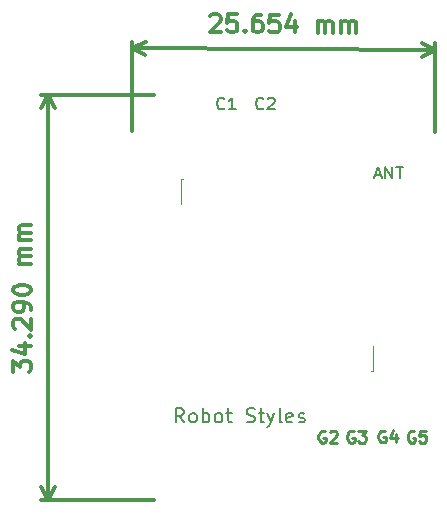
<source format=gto>
G04 #@! TF.GenerationSoftware,KiCad,Pcbnew,5.0.0-rc2-unknown-6090f90~65~ubuntu18.04.1*
G04 #@! TF.CreationDate,2018-05-28T20:14:59-06:00*
G04 #@! TF.ProjectId,wemos-01,77656D6F732D30312E6B696361645F70,rev?*
G04 #@! TF.SameCoordinates,Original*
G04 #@! TF.FileFunction,Legend,Top*
G04 #@! TF.FilePolarity,Positive*
%FSLAX46Y46*%
G04 Gerber Fmt 4.6, Leading zero omitted, Abs format (unit mm)*
G04 Created by KiCad (PCBNEW 5.0.0-rc2-unknown-6090f90~65~ubuntu18.04.1) date Mon May 28 20:14:59 2018*
%MOMM*%
%LPD*%
G01*
G04 APERTURE LIST*
%ADD10C,0.200000*%
%ADD11C,0.300000*%
%ADD12C,0.250000*%
%ADD13C,0.100000*%
%ADD14C,0.150000*%
G04 APERTURE END LIST*
D10*
X131401142Y-107857857D02*
X131001142Y-107286428D01*
X130715428Y-107857857D02*
X130715428Y-106657857D01*
X131172571Y-106657857D01*
X131286857Y-106715000D01*
X131344000Y-106772142D01*
X131401142Y-106886428D01*
X131401142Y-107057857D01*
X131344000Y-107172142D01*
X131286857Y-107229285D01*
X131172571Y-107286428D01*
X130715428Y-107286428D01*
X132086857Y-107857857D02*
X131972571Y-107800714D01*
X131915428Y-107743571D01*
X131858285Y-107629285D01*
X131858285Y-107286428D01*
X131915428Y-107172142D01*
X131972571Y-107115000D01*
X132086857Y-107057857D01*
X132258285Y-107057857D01*
X132372571Y-107115000D01*
X132429714Y-107172142D01*
X132486857Y-107286428D01*
X132486857Y-107629285D01*
X132429714Y-107743571D01*
X132372571Y-107800714D01*
X132258285Y-107857857D01*
X132086857Y-107857857D01*
X133001142Y-107857857D02*
X133001142Y-106657857D01*
X133001142Y-107115000D02*
X133115428Y-107057857D01*
X133344000Y-107057857D01*
X133458285Y-107115000D01*
X133515428Y-107172142D01*
X133572571Y-107286428D01*
X133572571Y-107629285D01*
X133515428Y-107743571D01*
X133458285Y-107800714D01*
X133344000Y-107857857D01*
X133115428Y-107857857D01*
X133001142Y-107800714D01*
X134258285Y-107857857D02*
X134144000Y-107800714D01*
X134086857Y-107743571D01*
X134029714Y-107629285D01*
X134029714Y-107286428D01*
X134086857Y-107172142D01*
X134144000Y-107115000D01*
X134258285Y-107057857D01*
X134429714Y-107057857D01*
X134544000Y-107115000D01*
X134601142Y-107172142D01*
X134658285Y-107286428D01*
X134658285Y-107629285D01*
X134601142Y-107743571D01*
X134544000Y-107800714D01*
X134429714Y-107857857D01*
X134258285Y-107857857D01*
X135001142Y-107057857D02*
X135458285Y-107057857D01*
X135172571Y-106657857D02*
X135172571Y-107686428D01*
X135229714Y-107800714D01*
X135344000Y-107857857D01*
X135458285Y-107857857D01*
X136715428Y-107800714D02*
X136886857Y-107857857D01*
X137172571Y-107857857D01*
X137286857Y-107800714D01*
X137344000Y-107743571D01*
X137401142Y-107629285D01*
X137401142Y-107515000D01*
X137344000Y-107400714D01*
X137286857Y-107343571D01*
X137172571Y-107286428D01*
X136944000Y-107229285D01*
X136829714Y-107172142D01*
X136772571Y-107115000D01*
X136715428Y-107000714D01*
X136715428Y-106886428D01*
X136772571Y-106772142D01*
X136829714Y-106715000D01*
X136944000Y-106657857D01*
X137229714Y-106657857D01*
X137401142Y-106715000D01*
X137744000Y-107057857D02*
X138201142Y-107057857D01*
X137915428Y-106657857D02*
X137915428Y-107686428D01*
X137972571Y-107800714D01*
X138086857Y-107857857D01*
X138201142Y-107857857D01*
X138486857Y-107057857D02*
X138772571Y-107857857D01*
X139058285Y-107057857D02*
X138772571Y-107857857D01*
X138658285Y-108143571D01*
X138601142Y-108200714D01*
X138486857Y-108257857D01*
X139686857Y-107857857D02*
X139572571Y-107800714D01*
X139515428Y-107686428D01*
X139515428Y-106657857D01*
X140601142Y-107800714D02*
X140486857Y-107857857D01*
X140258285Y-107857857D01*
X140144000Y-107800714D01*
X140086857Y-107686428D01*
X140086857Y-107229285D01*
X140144000Y-107115000D01*
X140258285Y-107057857D01*
X140486857Y-107057857D01*
X140601142Y-107115000D01*
X140658285Y-107229285D01*
X140658285Y-107343571D01*
X140086857Y-107457857D01*
X141115428Y-107800714D02*
X141229714Y-107857857D01*
X141458285Y-107857857D01*
X141572571Y-107800714D01*
X141629714Y-107686428D01*
X141629714Y-107629285D01*
X141572571Y-107515000D01*
X141458285Y-107457857D01*
X141286857Y-107457857D01*
X141172571Y-107400714D01*
X141115428Y-107286428D01*
X141115428Y-107229285D01*
X141172571Y-107115000D01*
X141286857Y-107057857D01*
X141458285Y-107057857D01*
X141572571Y-107115000D01*
D11*
X133661123Y-73454371D02*
X133732904Y-73383297D01*
X133876113Y-73312576D01*
X134233252Y-73314344D01*
X134375754Y-73386479D01*
X134446828Y-73458261D01*
X134517548Y-73601470D01*
X134516841Y-73744325D01*
X134444353Y-73958254D01*
X133582977Y-74811144D01*
X134511537Y-74815740D01*
X135876089Y-73322477D02*
X135161812Y-73318941D01*
X135086848Y-74032865D01*
X135158630Y-73961790D01*
X135301839Y-73891070D01*
X135658977Y-73892838D01*
X135801479Y-73964973D01*
X135872553Y-74036754D01*
X135943273Y-74179963D01*
X135941505Y-74537102D01*
X135869370Y-74679603D01*
X135797589Y-74750678D01*
X135654380Y-74821398D01*
X135297242Y-74819630D01*
X135154740Y-74747495D01*
X135083666Y-74675714D01*
X136583647Y-74683140D02*
X136654722Y-74754921D01*
X136582940Y-74825995D01*
X136511866Y-74754214D01*
X136583647Y-74683140D01*
X136582940Y-74825995D01*
X137947492Y-73332732D02*
X137661781Y-73331317D01*
X137518572Y-73402038D01*
X137446791Y-73473112D01*
X137302875Y-73686688D01*
X137230033Y-73972045D01*
X137227204Y-74543467D01*
X137297924Y-74686676D01*
X137368999Y-74758457D01*
X137511500Y-74830592D01*
X137797211Y-74832006D01*
X137940420Y-74761286D01*
X138012201Y-74690212D01*
X138084336Y-74547710D01*
X138086104Y-74190571D01*
X138015384Y-74047362D01*
X137944310Y-73975581D01*
X137801808Y-73903446D01*
X137516097Y-73902032D01*
X137372888Y-73972752D01*
X137301107Y-74043826D01*
X137228972Y-74186328D01*
X139447474Y-73340157D02*
X138733197Y-73336621D01*
X138658233Y-74050545D01*
X138730014Y-73979471D01*
X138873223Y-73908750D01*
X139230362Y-73910518D01*
X139372864Y-73982653D01*
X139443938Y-74054434D01*
X139514658Y-74197643D01*
X139512890Y-74554782D01*
X139440755Y-74697284D01*
X139368974Y-74768358D01*
X139225765Y-74839078D01*
X138868627Y-74837310D01*
X138726125Y-74765175D01*
X138655051Y-74693394D01*
X140802125Y-73846870D02*
X140797174Y-74846857D01*
X140447815Y-73273680D02*
X140085373Y-74343328D01*
X141013933Y-74347924D01*
X142725722Y-74856405D02*
X142730673Y-73856417D01*
X142729965Y-73999272D02*
X142801747Y-73928198D01*
X142944956Y-73857478D01*
X143159239Y-73858539D01*
X143301741Y-73930673D01*
X143372461Y-74073882D01*
X143368571Y-74859587D01*
X143372461Y-74073882D02*
X143444596Y-73931381D01*
X143587805Y-73860660D01*
X143802088Y-73861721D01*
X143944590Y-73933856D01*
X144015310Y-74077065D01*
X144011421Y-74862770D01*
X144725698Y-74866306D02*
X144730648Y-73866318D01*
X144729941Y-74009173D02*
X144801722Y-73938099D01*
X144944931Y-73867379D01*
X145159214Y-73868439D01*
X145301716Y-73940574D01*
X145372437Y-74083783D01*
X145368547Y-74869488D01*
X145372437Y-74083783D02*
X145444571Y-73941282D01*
X145587780Y-73870561D01*
X145802063Y-73871622D01*
X145944565Y-73943757D01*
X146015286Y-74086966D01*
X146011396Y-74872670D01*
X152688578Y-76327172D02*
X127034578Y-76200172D01*
X152654000Y-83312000D02*
X152691481Y-75740758D01*
X127000000Y-83185000D02*
X127037481Y-75613758D01*
X127034578Y-76200172D02*
X128163971Y-75619335D01*
X127034578Y-76200172D02*
X128158165Y-76792162D01*
X152688578Y-76327172D02*
X151564991Y-75735182D01*
X152688578Y-76327172D02*
X151559185Y-76908009D01*
X116966571Y-103567714D02*
X116966571Y-102639142D01*
X117538000Y-103139142D01*
X117538000Y-102924857D01*
X117609428Y-102782000D01*
X117680857Y-102710571D01*
X117823714Y-102639142D01*
X118180857Y-102639142D01*
X118323714Y-102710571D01*
X118395142Y-102782000D01*
X118466571Y-102924857D01*
X118466571Y-103353428D01*
X118395142Y-103496285D01*
X118323714Y-103567714D01*
X117466571Y-101353428D02*
X118466571Y-101353428D01*
X116895142Y-101710571D02*
X117966571Y-102067714D01*
X117966571Y-101139142D01*
X118323714Y-100567714D02*
X118395142Y-100496285D01*
X118466571Y-100567714D01*
X118395142Y-100639142D01*
X118323714Y-100567714D01*
X118466571Y-100567714D01*
X117109428Y-99924857D02*
X117038000Y-99853428D01*
X116966571Y-99710571D01*
X116966571Y-99353428D01*
X117038000Y-99210571D01*
X117109428Y-99139142D01*
X117252285Y-99067714D01*
X117395142Y-99067714D01*
X117609428Y-99139142D01*
X118466571Y-99996285D01*
X118466571Y-99067714D01*
X118466571Y-98353428D02*
X118466571Y-98067714D01*
X118395142Y-97924857D01*
X118323714Y-97853428D01*
X118109428Y-97710571D01*
X117823714Y-97639142D01*
X117252285Y-97639142D01*
X117109428Y-97710571D01*
X117038000Y-97782000D01*
X116966571Y-97924857D01*
X116966571Y-98210571D01*
X117038000Y-98353428D01*
X117109428Y-98424857D01*
X117252285Y-98496285D01*
X117609428Y-98496285D01*
X117752285Y-98424857D01*
X117823714Y-98353428D01*
X117895142Y-98210571D01*
X117895142Y-97924857D01*
X117823714Y-97782000D01*
X117752285Y-97710571D01*
X117609428Y-97639142D01*
X116966571Y-96710571D02*
X116966571Y-96567714D01*
X117038000Y-96424857D01*
X117109428Y-96353428D01*
X117252285Y-96282000D01*
X117538000Y-96210571D01*
X117895142Y-96210571D01*
X118180857Y-96282000D01*
X118323714Y-96353428D01*
X118395142Y-96424857D01*
X118466571Y-96567714D01*
X118466571Y-96710571D01*
X118395142Y-96853428D01*
X118323714Y-96924857D01*
X118180857Y-96996285D01*
X117895142Y-97067714D01*
X117538000Y-97067714D01*
X117252285Y-96996285D01*
X117109428Y-96924857D01*
X117038000Y-96853428D01*
X116966571Y-96710571D01*
X118466571Y-94424857D02*
X117466571Y-94424857D01*
X117609428Y-94424857D02*
X117538000Y-94353428D01*
X117466571Y-94210571D01*
X117466571Y-93996285D01*
X117538000Y-93853428D01*
X117680857Y-93782000D01*
X118466571Y-93782000D01*
X117680857Y-93782000D02*
X117538000Y-93710571D01*
X117466571Y-93567714D01*
X117466571Y-93353428D01*
X117538000Y-93210571D01*
X117680857Y-93139142D01*
X118466571Y-93139142D01*
X118466571Y-92424857D02*
X117466571Y-92424857D01*
X117609428Y-92424857D02*
X117538000Y-92353428D01*
X117466571Y-92210571D01*
X117466571Y-91996285D01*
X117538000Y-91853428D01*
X117680857Y-91782000D01*
X118466571Y-91782000D01*
X117680857Y-91782000D02*
X117538000Y-91710571D01*
X117466571Y-91567714D01*
X117466571Y-91353428D01*
X117538000Y-91210571D01*
X117680857Y-91139142D01*
X118466571Y-91139142D01*
X119888000Y-114427000D02*
X119888000Y-80137000D01*
X128905000Y-114427000D02*
X119301579Y-114427000D01*
X128905000Y-80137000D02*
X119301579Y-80137000D01*
X119888000Y-80137000D02*
X120474421Y-81263504D01*
X119888000Y-80137000D02*
X119301579Y-81263504D01*
X119888000Y-114427000D02*
X120474421Y-113300496D01*
X119888000Y-114427000D02*
X119301579Y-113300496D01*
D12*
X150915714Y-108618400D02*
X150820476Y-108570780D01*
X150677619Y-108570780D01*
X150534761Y-108618400D01*
X150439523Y-108713638D01*
X150391904Y-108808876D01*
X150344285Y-108999352D01*
X150344285Y-109142209D01*
X150391904Y-109332685D01*
X150439523Y-109427923D01*
X150534761Y-109523161D01*
X150677619Y-109570780D01*
X150772857Y-109570780D01*
X150915714Y-109523161D01*
X150963333Y-109475542D01*
X150963333Y-109142209D01*
X150772857Y-109142209D01*
X151868095Y-108570780D02*
X151391904Y-108570780D01*
X151344285Y-109046971D01*
X151391904Y-108999352D01*
X151487142Y-108951733D01*
X151725238Y-108951733D01*
X151820476Y-108999352D01*
X151868095Y-109046971D01*
X151915714Y-109142209D01*
X151915714Y-109380304D01*
X151868095Y-109475542D01*
X151820476Y-109523161D01*
X151725238Y-109570780D01*
X151487142Y-109570780D01*
X151391904Y-109523161D01*
X151344285Y-109475542D01*
X148451914Y-108593000D02*
X148356676Y-108545380D01*
X148213819Y-108545380D01*
X148070961Y-108593000D01*
X147975723Y-108688238D01*
X147928104Y-108783476D01*
X147880485Y-108973952D01*
X147880485Y-109116809D01*
X147928104Y-109307285D01*
X147975723Y-109402523D01*
X148070961Y-109497761D01*
X148213819Y-109545380D01*
X148309057Y-109545380D01*
X148451914Y-109497761D01*
X148499533Y-109450142D01*
X148499533Y-109116809D01*
X148309057Y-109116809D01*
X149356676Y-108878714D02*
X149356676Y-109545380D01*
X149118580Y-108497761D02*
X148880485Y-109212047D01*
X149499533Y-109212047D01*
X145810314Y-108618400D02*
X145715076Y-108570780D01*
X145572219Y-108570780D01*
X145429361Y-108618400D01*
X145334123Y-108713638D01*
X145286504Y-108808876D01*
X145238885Y-108999352D01*
X145238885Y-109142209D01*
X145286504Y-109332685D01*
X145334123Y-109427923D01*
X145429361Y-109523161D01*
X145572219Y-109570780D01*
X145667457Y-109570780D01*
X145810314Y-109523161D01*
X145857933Y-109475542D01*
X145857933Y-109142209D01*
X145667457Y-109142209D01*
X146191266Y-108570780D02*
X146810314Y-108570780D01*
X146476980Y-108951733D01*
X146619838Y-108951733D01*
X146715076Y-108999352D01*
X146762695Y-109046971D01*
X146810314Y-109142209D01*
X146810314Y-109380304D01*
X146762695Y-109475542D01*
X146715076Y-109523161D01*
X146619838Y-109570780D01*
X146334123Y-109570780D01*
X146238885Y-109523161D01*
X146191266Y-109475542D01*
X143371914Y-108618400D02*
X143276676Y-108570780D01*
X143133819Y-108570780D01*
X142990961Y-108618400D01*
X142895723Y-108713638D01*
X142848104Y-108808876D01*
X142800485Y-108999352D01*
X142800485Y-109142209D01*
X142848104Y-109332685D01*
X142895723Y-109427923D01*
X142990961Y-109523161D01*
X143133819Y-109570780D01*
X143229057Y-109570780D01*
X143371914Y-109523161D01*
X143419533Y-109475542D01*
X143419533Y-109142209D01*
X143229057Y-109142209D01*
X143800485Y-108666019D02*
X143848104Y-108618400D01*
X143943342Y-108570780D01*
X144181438Y-108570780D01*
X144276676Y-108618400D01*
X144324295Y-108666019D01*
X144371914Y-108761257D01*
X144371914Y-108856495D01*
X144324295Y-108999352D01*
X143752866Y-109570780D01*
X144371914Y-109570780D01*
D10*
X147574142Y-86907666D02*
X148050333Y-86907666D01*
X147478904Y-87193380D02*
X147812238Y-86193380D01*
X148145571Y-87193380D01*
X148478904Y-87193380D02*
X148478904Y-86193380D01*
X149050333Y-87193380D01*
X149050333Y-86193380D01*
X149383666Y-86193380D02*
X149955095Y-86193380D01*
X149669380Y-87193380D02*
X149669380Y-86193380D01*
D13*
G04 #@! TO.C,U1*
X147439000Y-103497000D02*
X147439000Y-101377000D01*
X147439000Y-103497000D02*
X147269000Y-103497000D01*
X131199000Y-89377000D02*
X131199000Y-87257000D01*
X131199000Y-87257000D02*
X131369000Y-87257000D01*
G04 #@! TO.C,C1*
D14*
X134834333Y-81256142D02*
X134786714Y-81303761D01*
X134643857Y-81351380D01*
X134548619Y-81351380D01*
X134405761Y-81303761D01*
X134310523Y-81208523D01*
X134262904Y-81113285D01*
X134215285Y-80922809D01*
X134215285Y-80779952D01*
X134262904Y-80589476D01*
X134310523Y-80494238D01*
X134405761Y-80399000D01*
X134548619Y-80351380D01*
X134643857Y-80351380D01*
X134786714Y-80399000D01*
X134834333Y-80446619D01*
X135786714Y-81351380D02*
X135215285Y-81351380D01*
X135501000Y-81351380D02*
X135501000Y-80351380D01*
X135405761Y-80494238D01*
X135310523Y-80589476D01*
X135215285Y-80637095D01*
G04 #@! TO.C,C2*
X138136333Y-81256142D02*
X138088714Y-81303761D01*
X137945857Y-81351380D01*
X137850619Y-81351380D01*
X137707761Y-81303761D01*
X137612523Y-81208523D01*
X137564904Y-81113285D01*
X137517285Y-80922809D01*
X137517285Y-80779952D01*
X137564904Y-80589476D01*
X137612523Y-80494238D01*
X137707761Y-80399000D01*
X137850619Y-80351380D01*
X137945857Y-80351380D01*
X138088714Y-80399000D01*
X138136333Y-80446619D01*
X138517285Y-80446619D02*
X138564904Y-80399000D01*
X138660142Y-80351380D01*
X138898238Y-80351380D01*
X138993476Y-80399000D01*
X139041095Y-80446619D01*
X139088714Y-80541857D01*
X139088714Y-80637095D01*
X139041095Y-80779952D01*
X138469666Y-81351380D01*
X139088714Y-81351380D01*
G04 #@! TD*
M02*

</source>
